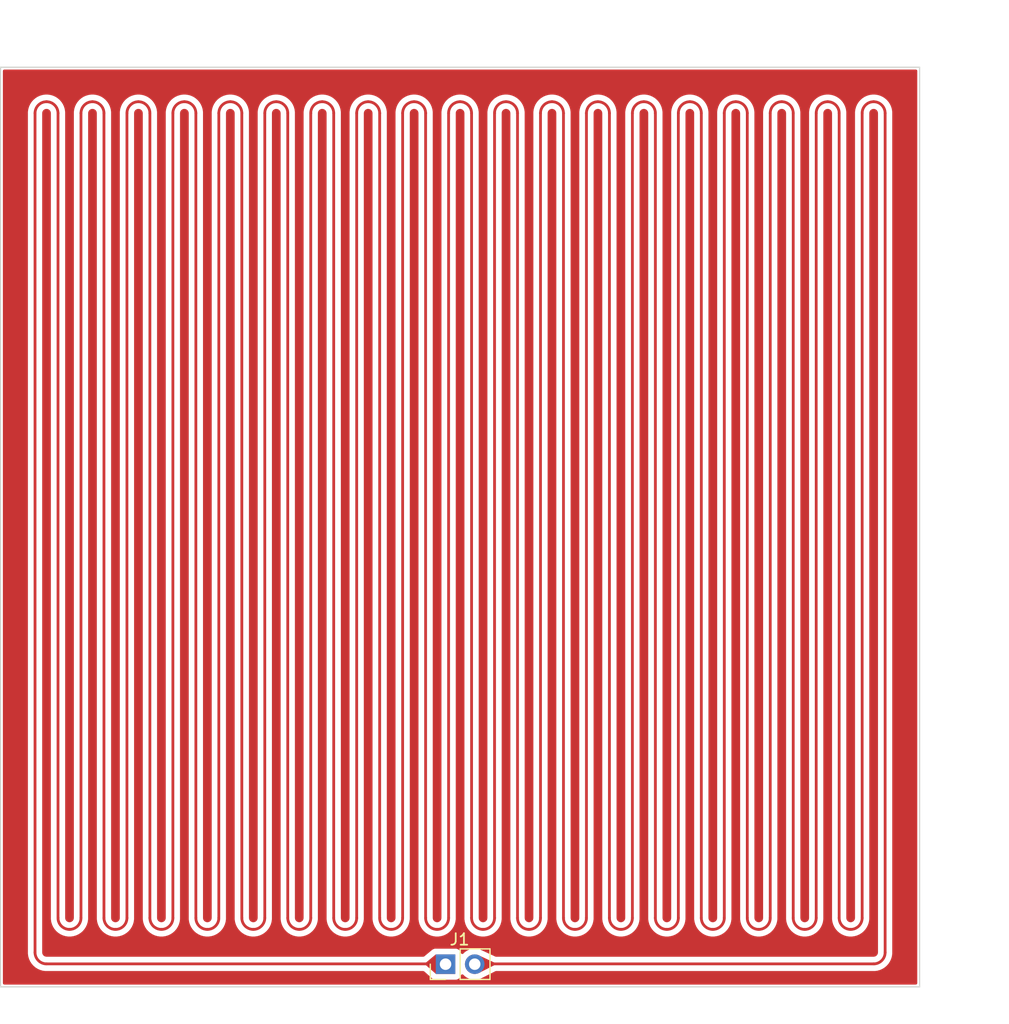
<source format=kicad_pcb>
(kicad_pcb (version 20221018) (generator pcbnew)
  (title_block (title "Reflow Plate Heatbed 80x80 mm") (date "2023-03-19") (rev "v1.0.0") (company "I. Kajdan"))
  (layers (0 "F.Cu" signal) (31 "B.Cu" signal) (37 "F.SilkS" user "F.Silkscreen") (44 "Edge.Cuts" user))
  (net 0 "")
  (net 1 "Net-(J1-Pin_1)")
  (footprint "Connector_PinHeader_2.54mm:PinHeader_1x02_P2.54mm_Vertical" (layer "F.Cu") (at 145.735 146.025 90)
    (fp_text reference "J1" (at 2.15 1.22) (layer "F.SilkS"))
    (fp_text value "PWR")
    (fp_line (start -1.33 -1.33) (end 0 -1.33) (stroke (width 0.12)) (layer "F.SilkS"))
    (fp_line (start -1.33 0) (end -1.33 -1.33) (stroke (width 0.12)) (layer "F.SilkS"))
    (fp_line (start -1.33 1.27) (end -1.33 3.87) (stroke (width 0.12)) (layer "F.SilkS"))
    (fp_line (start -1.33 1.27) (end 1.33 1.27) (stroke (width 0.12)) (layer "F.SilkS"))
    (fp_line (start -1.33 3.87) (end 1.33 3.87) (stroke (width 0.12)) (layer "F.SilkS"))
    (fp_line (start 1.33 1.27) (end 1.33 3.87) (stroke (width 0.12)) (layer "F.SilkS"))
    (pad "1" thru_hole rect (at 0 0 90) (size 1.7 1.7) (drill 1) (layers "*.Cu" "*.Mask") (net 1 "Net-(J1-Pin_1)"))
    (pad "2" thru_hole oval (at 0 2.54 90) (size 1.7 1.7) (drill 1) (layers "*.Cu" "*.Mask") (net 1 "Net-(J1-Pin_1)"))
  )
  (gr_line (start 187 148) (end 107 148) (stroke (width 0.1)) (layer "Edge.Cuts"))
  (gr_line (start 107 148) (end 107 68) (stroke (width 0.1)) (layer "Edge.Cuts"))
  (gr_line (start 107 68) (end 187 68) (stroke (width 0.1)) (layer "Edge.Cuts"))
  (gr_line (start 187 68) (end 187 148) (stroke (width 0.1)) (layer "Edge.Cuts"))
  (segment (start 162 72) (end 162 142) (width 0.241) (layer "F.Cu") (net 1))
  (segment (start 110 72) (end 110 145) (width 0.241) (layer "F.Cu") (net 1))
  (segment (start 168 142) (end 168 72) (width 0.241) (layer "F.Cu") (net 1))
  (segment (start 164 142) (end 164 72) (width 0.241) (layer "F.Cu") (net 1))
  (segment (start 114 72) (end 114 142) (width 0.241) (layer "F.Cu") (net 1))
  (segment (start 116 142) (end 116 72) (width 0.241) (layer "F.Cu") (net 1))
  (segment (start 140 142) (end 140 72) (width 0.241) (layer "F.Cu") (net 1))
  (segment (start 120 142) (end 120 72) (width 0.241) (layer "F.Cu") (net 1))
  (segment (start 166 72) (end 166 142) (width 0.241) (layer "F.Cu") (net 1))
  (segment (start 145.692322 146) (end 111 146) (width 0.241) (layer "F.Cu") (net 1))
  (segment (start 136 142) (end 136 72) (width 0.241) (layer "F.Cu") (net 1))
  (segment (start 174 72) (end 174 142) (width 0.241) (layer "F.Cu") (net 1))
  (segment (start 112 142) (end 112 72) (width 0.241) (layer "F.Cu") (net 1))
  (segment (start 128 142) (end 128 72) (width 0.241) (layer "F.Cu") (net 1))
  (segment (start 134 72) (end 134 142) (width 0.241) (layer "F.Cu") (net 1))
  (segment (start 148.275 146.025) (end 148.2875 146.0125) (width 0.241) (layer "F.Cu") (net 1))
  (segment (start 148.317677 146) (end 183 146) (width 0.241) (layer "F.Cu") (net 1))
  (segment (start 118 72) (end 118 142) (width 0.241) (layer "F.Cu") (net 1))
  (segment (start 130 72) (end 130 142) (width 0.241) (layer "F.Cu") (net 1))
  (segment (start 148 142) (end 148 72) (width 0.241) (layer "F.Cu") (net 1))
  (segment (start 146 72) (end 146 142) (width 0.241) (layer "F.Cu") (net 1))
  (segment (start 158 72) (end 158 142) (width 0.241) (layer "F.Cu") (net 1))
  (segment (start 145.735 146.025) (end 145.7225 146.0125) (width 0.241) (layer "F.Cu") (net 1))
  (segment (start 138 72) (end 138 142) (width 0.241) (layer "F.Cu") (net 1))
  (segment (start 152 142) (end 152 72) (width 0.241) (layer "F.Cu") (net 1))
  (segment (start 178 72) (end 178 142) (width 0.241) (layer "F.Cu") (net 1))
  (segment (start 142 72) (end 142 142) (width 0.241) (layer "F.Cu") (net 1))
  (segment (start 154 72) (end 154 142) (width 0.241) (layer "F.Cu") (net 1))
  (segment (start 184 145) (end 184 72) (width 0.241) (layer "F.Cu") (net 1))
  (segment (start 150 72) (end 150 142) (width 0.241) (layer "F.Cu") (net 1))
  (segment (start 126 72) (end 126 142) (width 0.241) (layer "F.Cu") (net 1))
  (segment (start 124 142) (end 124 72) (width 0.241) (layer "F.Cu") (net 1))
  (segment (start 144 142) (end 144 72) (width 0.241) (layer "F.Cu") (net 1))
  (segment (start 132 142) (end 132 72) (width 0.241) (layer "F.Cu") (net 1))
  (segment (start 160 142) (end 160 72) (width 0.241) (layer "F.Cu") (net 1))
  (segment (start 172 142) (end 172 72) (width 0.241) (layer "F.Cu") (net 1))
  (segment (start 156 142) (end 156 72) (width 0.241) (layer "F.Cu") (net 1))
  (segment (start 180 142) (end 180 72) (width 0.241) (layer "F.Cu") (net 1))
  (segment (start 182 72) (end 182 142) (width 0.241) (layer "F.Cu") (net 1))
  (segment (start 170 72) (end 170 142) (width 0.241) (layer "F.Cu") (net 1))
  (segment (start 122 72) (end 122 142) (width 0.241) (layer "F.Cu") (net 1))
  (segment (start 176 142) (end 176 72) (width 0.241) (layer "F.Cu") (net 1))
  (arc (start 170 142) (mid 169.707106 142.707106) (end 169 143) (width 0.241) (layer "F.Cu") (net 1))
  (arc (start 148 72) (mid 147.707106 71.292893) (end 147 71) (width 0.241) (layer "F.Cu") (net 1))
  (arc (start 129 143) (mid 128.292893 142.707106) (end 128 142) (width 0.241) (layer "F.Cu") (net 1))
  (arc (start 163 71) (mid 162.292893 71.292893) (end 162 72) (width 0.241) (layer "F.Cu") (net 1))
  (arc (start 148.2875 146.0125) (mid 148.301345 146.003246) (end 148.317677 146) (width 0.241) (layer "F.Cu") (net 1))
  (arc (start 146 142) (mid 145.707106 142.707106) (end 145 143) (width 0.241) (layer "F.Cu") (net 1))
  (arc (start 128 72) (mid 127.707106 71.292893) (end 127 71) (width 0.241) (layer "F.Cu") (net 1))
  (arc (start 165 143) (mid 164.292893 142.707106) (end 164 142) (width 0.241) (layer "F.Cu") (net 1))
  (arc (start 138 142) (mid 137.707106 142.707106) (end 137 143) (width 0.241) (layer "F.Cu") (net 1))
  (arc (start 144 72) (mid 143.707106 71.292893) (end 143 71) (width 0.241) (layer "F.Cu") (net 1))
  (arc (start 155 71) (mid 154.292893 71.292893) (end 154 72) (width 0.241) (layer "F.Cu") (net 1))
  (arc (start 184 72) (mid 183.707107 71.292893) (end 183 71) (width 0.241) (layer "F.Cu") (net 1))
  (arc (start 113 143) (mid 112.292893 142.707106) (end 112 142) (width 0.241) (layer "F.Cu") (net 1))
  (arc (start 174 142) (mid 173.707106 142.707106) (end 173 143) (width 0.241) (layer "F.Cu") (net 1))
  (arc (start 121 143) (mid 120.292893 142.707106) (end 120 142) (width 0.241) (layer "F.Cu") (net 1))
  (arc (start 172 72) (mid 171.707106 71.292893) (end 171 71) (width 0.241) (layer "F.Cu") (net 1))
  (arc (start 156 72) (mid 155.707106 71.292893) (end 155 71) (width 0.241) (layer "F.Cu") (net 1))
  (arc (start 183 146) (mid 183.707106 145.707106) (end 184 145) (width 0.241) (layer "F.Cu") (net 1))
  (arc (start 153 143) (mid 152.292893 142.707106) (end 152 142) (width 0.241) (layer "F.Cu") (net 1))
  (arc (start 149 143) (mid 148.292893 142.707106) (end 148 142) (width 0.241) (layer "F.Cu") (net 1))
  (arc (start 135 71) (mid 134.292893 71.292893) (end 134 72) (width 0.241) (layer "F.Cu") (net 1))
  (arc (start 112 72) (mid 111.707106 71.292893) (end 111 71) (width 0.241) (layer "F.Cu") (net 1))
  (arc (start 147 71) (mid 146.292893 71.292893) (end 146 72) (width 0.241) (layer "F.Cu") (net 1))
  (arc (start 143 71) (mid 142.292893 71.292893) (end 142 72) (width 0.241) (layer "F.Cu") (net 1))
  (arc (start 180 72) (mid 179.707106 71.292893) (end 179 71) (width 0.241) (layer "F.Cu") (net 1))
  (arc (start 145.7225 146.0125) (mid 145.708654 146.003246) (end 145.692322 146) (width 0.241) (layer "F.Cu") (net 1))
  (arc (start 119 71) (mid 118.292893 71.292893) (end 118 72) (width 0.241) (layer "F.Cu") (net 1))
  (arc (start 177 143) (mid 176.292893 142.707106) (end 176 142) (width 0.241) (layer "F.Cu") (net 1))
  (arc (start 114 142) (mid 113.707106 142.707106) (end 113 143) (width 0.241) (layer "F.Cu") (net 1))
  (arc (start 116 72) (mid 115.707106 71.292893) (end 115 71) (width 0.241) (layer "F.Cu") (net 1))
  (arc (start 120 72) (mid 119.707106 71.292893) (end 119 71) (width 0.241) (layer "F.Cu") (net 1))
  (arc (start 183 71) (mid 182.292893 71.292893) (end 182 72) (width 0.241) (layer "F.Cu") (net 1))
  (arc (start 125 143) (mid 124.292893 142.707106) (end 124 142) (width 0.241) (layer "F.Cu") (net 1))
  (arc (start 169 143) (mid 168.292893 142.707106) (end 168 142) (width 0.241) (layer "F.Cu") (net 1))
  (arc (start 110 145) (mid 110.292893 145.707106) (end 111 146) (width 0.241) (layer "F.Cu") (net 1))
  (arc (start 117 143) (mid 116.292893 142.707106) (end 116 142) (width 0.241) (layer "F.Cu") (net 1))
  (arc (start 173 143) (mid 172.292893 142.707106) (end 172 142) (width 0.241) (layer "F.Cu") (net 1))
  (arc (start 179 71) (mid 178.292893 71.292893) (end 178 72) (width 0.241) (layer "F.Cu") (net 1))
  (arc (start 151 71) (mid 150.292893 71.292893) (end 150 72) (width 0.241) (layer "F.Cu") (net 1))
  (arc (start 152 72) (mid 151.707106 71.292893) (end 151 71) (width 0.241) (layer "F.Cu") (net 1))
  (arc (start 157 143) (mid 156.292893 142.707106) (end 156 142) (width 0.241) (layer "F.Cu") (net 1))
  (arc (start 158 142) (mid 157.707106 142.707106) (end 157 143) (width 0.241) (layer "F.Cu") (net 1))
  (arc (start 127 71) (mid 126.292893 71.292893) (end 126 72) (width 0.241) (layer "F.Cu") (net 1))
  (arc (start 141 143) (mid 140.292893 142.707106) (end 140 142) (width 0.241) (layer "F.Cu") (net 1))
  (arc (start 133 143) (mid 132.292893 142.707106) (end 132 142) (width 0.241) (layer "F.Cu") (net 1))
  (arc (start 130 142) (mid 129.707106 142.707106) (end 129 143) (width 0.241) (layer "F.Cu") (net 1))
  (arc (start 150 142) (mid 149.707106 142.707106) (end 149 143) (width 0.241) (layer "F.Cu") (net 1))
  (arc (start 154 142) (mid 153.707106 142.707106) (end 153 143) (width 0.241) (layer "F.Cu") (net 1))
  (arc (start 181 143) (mid 180.292893 142.707106) (end 180 142) (width 0.241) (layer "F.Cu") (net 1))
  (arc (start 126 142) (mid 125.707106 142.707106) (end 125 143) (width 0.241) (layer "F.Cu") (net 1))
  (arc (start 167 71) (mid 166.292893 71.292893) (end 166 72) (width 0.241) (layer "F.Cu") (net 1))
  (arc (start 136 72) (mid 135.707106 71.292893) (end 135 71) (width 0.241) (layer "F.Cu") (net 1))
  (arc (start 166 142) (mid 165.707106 142.707106) (end 165 143) (width 0.241) (layer "F.Cu") (net 1))
  (arc (start 176 72) (mid 175.707106 71.292893) (end 175 71) (width 0.241) (layer "F.Cu") (net 1))
  (arc (start 132 72) (mid 131.707106 71.292893) (end 131 71) (width 0.241) (layer "F.Cu") (net 1))
  (arc (start 142 142) (mid 141.707106 142.707106) (end 141 143) (width 0.241) (layer "F.Cu") (net 1))
  (arc (start 164 72) (mid 163.707106 71.292893) (end 163 71) (width 0.241) (layer "F.Cu") (net 1))
  (arc (start 139 71) (mid 138.292893 71.292893) (end 138 72) (width 0.241) (layer "F.Cu") (net 1))
  (arc (start 145 143) (mid 144.292893 142.707106) (end 144 142) (width 0.241) (layer "F.Cu") (net 1))
  (arc (start 161 143) (mid 160.292893 142.707106) (end 160 142) (width 0.241) (layer "F.Cu") (net 1))
  (arc (start 178 142) (mid 177.707106 142.707106) (end 177 143) (width 0.241) (layer "F.Cu") (net 1))
  (arc (start 159 71) (mid 158.292893 71.292893) (end 158 72) (width 0.241) (layer "F.Cu") (net 1))
  (arc (start 140 72) (mid 139.707106 71.292893) (end 139 71) (width 0.241) (layer "F.Cu") (net 1))
  (arc (start 123 71) (mid 122.292893 71.292893) (end 122 72) (width 0.241) (layer "F.Cu") (net 1))
  (arc (start 182 142) (mid 181.707106 142.707106) (end 181 143) (width 0.241) (layer "F.Cu") (net 1))
  (arc (start 175 71) (mid 174.292893 71.292893) (end 174 72) (width 0.241) (layer "F.Cu") (net 1))
  (arc (start 122 142) (mid 121.707106 142.707106) (end 121 143) (width 0.241) (layer "F.Cu") (net 1))
  (arc (start 160 72) (mid 159.707106 71.292893) (end 159 71) (width 0.241) (layer "F.Cu") (net 1))
  (arc (start 111 71) (mid 110.292893 71.292893) (end 110 72) (width 0.241) (layer "F.Cu") (net 1))
  (arc (start 168 72) (mid 167.707106 71.292893) (end 167 71) (width 0.241) (layer "F.Cu") (net 1))
  (arc (start 162 142) (mid 161.707106 142.707106) (end 161 143) (width 0.241) (layer "F.Cu") (net 1))
  (arc (start 115 71) (mid 114.292893 71.292893) (end 114 72) (width 0.241) (layer "F.Cu") (net 1))
  (arc (start 124 72) (mid 123.707106 71.292893) (end 123 71) (width 0.241) (layer "F.Cu") (net 1))
  (arc (start 134 142) (mid 133.707106 142.707106) (end 133 143) (width 0.241) (layer "F.Cu") (net 1))
  (arc (start 137 143) (mid 136.292893 142.707106) (end 136 142) (width 0.241) (layer "F.Cu") (net 1))
  (arc (start 131 71) (mid 130.292893 71.292893) (end 130 72) (width 0.241) (layer "F.Cu") (net 1))
  (arc (start 171 71) (mid 170.292893 71.292893) (end 170 72) (width 0.241) (layer "F.Cu") (net 1))
  (arc (start 118 142) (mid 117.707106 142.707106) (end 117 143) (width 0.241) (layer "F.Cu") (net 1))
  (zone (net 0) (net_name "") (layer "F.Cu") (connect_pads (clearance 0.5)) (min_thickness 0.25) (fill yes (thermal_gap 0.5) (thermal_bridge_width 0.5) (island_removal_mode 1) (island_area_min 10))
    (polygon (pts (xy 107 68) (xy 187 68) (xy 187 148) (xy 107 148)))
  )
)
</source>
